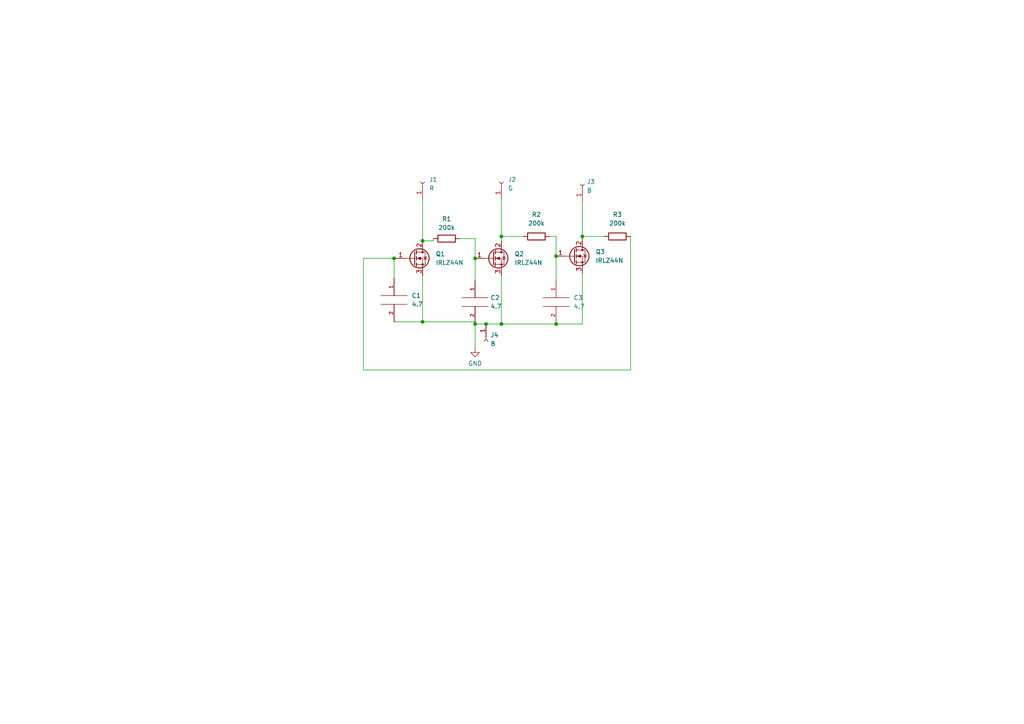
<source format=kicad_sch>
(kicad_sch (version 20211123) (generator eeschema)
  (paper "A4")
  (lib_symbols
    (symbol "Connector:Conn_01x01_Female" (pin_names (offset 1.016) hide)
      (property "Reference" "J" (at 0 2.54 0))
      (property "Value" "Conn_01x01_Female" (at 0 -2.54 0))
      (symbol "Conn_01x01_Female_1_1"
        (polyline (pts (xy -1.27 0) (xy -0.508 0)) (stroke (width 0.1524)))
        (arc (start 0 0.508) (mid -0.508 0) (end 0 -0.508) (stroke (width 0.1524)))
        (pin passive line (at -5.08 0 0) (length 3.81) (name "Pin_1") (number "1"))
      )
    )
    (symbol "Device:R" (pin_numbers hide) (pin_names (offset 0))
      (property "Reference" "R" (at 2.032 0 90))
      (property "Value" "R" (at 0 0 90))
      (symbol "R_0_1"
        (rectangle (start -1.016 -2.54) (end 1.016 2.54) (stroke (width 0.254)))
      )
      (symbol "R_1_1"
        (pin passive line (at 0 3.81 270) (length 1.27) (name "~") (number "1"))
        (pin passive line (at 0 -3.81 90) (length 1.27) (name "~") (number "2"))
      )
    )
    (symbol "Transistor_FET:IRLZ44N" (pin_names hide)
      (property "Reference" "Q" (at 6.35 1.905 0))
      (property "Value" "IRLZ44N" (at 6.35 0 0))
      (symbol "IRLZ44N_0_1"
        (polyline (pts (xy 0.254 0) (xy -2.54 0)))
        (polyline (pts (xy 0.254 1.905) (xy 0.254 -1.905)) (stroke (width 0.254)))
        (polyline (pts (xy 0.762 -1.27) (xy 0.762 -2.286)) (stroke (width 0.254)))
        (polyline (pts (xy 0.762 0.508) (xy 0.762 -0.508)) (stroke (width 0.254)))
        (polyline (pts (xy 0.762 2.286) (xy 0.762 1.27)) (stroke (width 0.254)))
        (polyline (pts (xy 2.54 2.54) (xy 2.54 1.778)))
        (polyline (pts (xy 2.54 -2.54) (xy 2.54 0) (xy 0.762 0)))
        (polyline (pts (xy 0.762 -1.778) (xy 3.302 -1.778) (xy 3.302 1.778) (xy 0.762 1.778)))
        (polyline (pts (xy 1.016 0) (xy 2.032 0.381) (xy 2.032 -0.381) (xy 1.016 0)) (fill (type outline)))
        (polyline (pts (xy 2.794 0.508) (xy 2.921 0.381) (xy 3.683 0.381) (xy 3.81 0.254)))
        (polyline (pts (xy 3.302 0.381) (xy 2.921 -0.254) (xy 3.683 -0.254) (xy 3.302 0.381)))
        (circle (center 1.651 0) (radius 2.794) (stroke (width 0.254)))
        (circle (center 2.54 -1.778) (radius 0.254) (fill (type outline)))
        (circle (center 2.54 1.778) (radius 0.254) (fill (type outline)))
      )
      (symbol "IRLZ44N_1_1"
        (pin input line (at -5.08 0 0) (length 2.54) (name "G") (number "1"))
        (pin passive line (at 2.54 5.08 270) (length 2.54) (name "D") (number "2"))
        (pin passive line (at 2.54 -5.08 90) (length 2.54) (name "S") (number "3"))
      )
    )
    (symbol "power:GND" (power) (pin_names (offset 0))
      (property "Value" "GND" (at 0 -3.81 0))
      (symbol "GND_0_1"
        (polyline (pts (xy 0 0) (xy 0 -1.27) (xy 1.27 -1.27) (xy 0 -2.54) (xy -1.27 -1.27) (xy 0 -1.27)))
      )
      (symbol "GND_1_1"
        (pin power_in line (at 0 0 270) (length 0) hide (name "GND") (number "1"))
      )
    )
    (symbol "pspice:CAP" (pin_names (offset 0.254))
      (property "Reference" "C" (at 2.54 3.81 90))
      (property "Value" "CAP" (at 2.54 -3.81 90))
      (symbol "CAP_0_1"
        (polyline (pts (xy -3.81 -1.27) (xy 3.81 -1.27)))
        (polyline (pts (xy -3.81 1.27) (xy 3.81 1.27)))
      )
      (symbol "CAP_1_1"
        (pin passive line (at 0 6.35 270) (length 5.08) (name "~") (number "1"))
        (pin passive line (at 0 -6.35 90) (length 5.08) (name "~") (number "2"))
      )
    )
  )
  (junction (at 137.795 74.93))
  (junction (at 145.415 93.98))
  (junction (at 114.3 74.93))
  (junction (at 122.555 93.345))
  (junction (at 140.97 93.98))
  (junction (at 161.29 74.295))
  (junction (at 145.415 68.58))
  (junction (at 122.555 69.85))
  (junction (at 168.91 68.58))
  (junction (at 137.795 93.98))
  (junction (at 161.29 93.98))
  (wire (pts (xy 133.35 69.215) (xy 137.795 69.215)))
  (wire (pts (xy 168.91 68.58) (xy 175.26 68.58)))
  (wire (pts (xy 159.385 68.58) (xy 161.29 68.58)))
  (wire (pts (xy 137.795 93.98) (xy 137.795 100.965)))
  (wire (pts (xy 182.88 107.315) (xy 105.41 107.315)))
  (wire (pts (xy 122.555 57.785) (xy 122.555 69.85)))
  (wire (pts (xy 114.3 74.93) (xy 114.935 74.93)))
  (wire (pts (xy 145.415 80.01) (xy 145.415 93.98)))
  (wire (pts (xy 168.91 79.375) (xy 168.91 93.98)))
  (wire (pts (xy 140.97 93.98) (xy 145.415 93.98)))
  (wire (pts (xy 114.3 93.345) (xy 122.555 93.345)))
  (wire (pts (xy 145.415 57.785) (xy 145.415 68.58)))
  (wire (pts (xy 182.88 68.58) (xy 182.88 107.315)))
  (wire (pts (xy 122.555 93.345) (xy 137.795 93.345)))
  (wire (pts (xy 145.415 69.85) (xy 145.415 68.58)))
  (wire (pts (xy 137.795 93.345) (xy 137.795 93.98)))
  (wire (pts (xy 168.91 58.42) (xy 168.91 68.58)))
  (wire (pts (xy 125.73 69.85) (xy 125.73 69.215)))
  (wire (pts (xy 161.29 68.58) (xy 161.29 74.295)))
  (wire (pts (xy 105.41 107.315) (xy 105.41 74.93)))
  (wire (pts (xy 137.795 69.215) (xy 137.795 74.93)))
  (wire (pts (xy 168.91 68.58) (xy 168.91 69.215)))
  (wire (pts (xy 145.415 93.98) (xy 161.29 93.98)))
  (wire (pts (xy 122.555 80.01) (xy 122.555 93.345)))
  (wire (pts (xy 161.29 93.98) (xy 168.91 93.98)))
  (wire (pts (xy 137.795 93.98) (xy 140.97 93.98)))
  (wire (pts (xy 145.415 68.58) (xy 151.765 68.58)))
  (wire (pts (xy 137.795 74.93) (xy 137.795 81.28)))
  (wire (pts (xy 105.41 74.93) (xy 114.3 74.93)))
  (wire (pts (xy 122.555 69.85) (xy 125.73 69.85)))
  (wire (pts (xy 114.3 80.645) (xy 114.3 74.93)))
  (wire (pts (xy 161.29 74.295) (xy 161.29 81.28)))
  (symbol (lib_id "Transistor_FET:IRLZ44N") (at 166.37 74.295 0) (unit 1)
    (property "Reference" "Q3" (at 172.72 73.0249 0) (effects (justify left)))
    (property "Value" "IRLZ44N" (at 172.72 75.5649 0) (effects (justify left)))
    (property "Footprint" "Package_TO_SOT_THT:TO-220-3_Vertical" (effects hide))
    (property "Datasheet" "http://www.irf.com/product-info/datasheets/data/irlz44n.pdf" (effects hide))
  )
  (symbol (lib_id "Connector:Conn_01x01_Female") (at 145.415 52.705 90) (unit 1)
    (property "Reference" "J2" (at 147.32 52.0699 90) (effects (justify right)))
    (property "Value" "G" (at 147.32 54.6099 90) (effects (justify right)))
    (property "Footprint" "Connector_Pin:Pin_D1.0mm_L10.0mm" (effects hide))
  )
  (symbol (lib_id "Connector:Conn_01x01_Female") (at 168.91 53.34 90) (unit 1)
    (property "Reference" "J3" (at 170.18 52.7049 90) (effects (justify right)))
    (property "Value" "B" (at 170.18 55.2449 90) (effects (justify right)))
    (property "Footprint" "Connector_Pin:Pin_D1.0mm_L10.0mm" (effects hide))
  )
  (symbol (lib_id "pspice:CAP") (at 137.795 87.63 0) (unit 1)
    (property "Reference" "C2" (at 142.24 86.3599 0) (effects (justify left)))
    (property "Value" "4.7" (at 142.24 88.8999 0) (effects (justify left)))
    (property "Footprint" "Capacitor_THT:CP_Radial_D5.0mm_P2.00mm" (effects hide))
  )
  (symbol (lib_id "Device:R") (at 179.07 68.58 90) (unit 1)
    (property "Reference" "R3" (at 179.07 62.23 90))
    (property "Value" "200k" (at 179.07 64.77 90))
    (property "Footprint" "Resistor_THT:R_Axial_DIN0207_L6.3mm_D2.5mm_P7.62mm_Horizontal" (effects hide))
  )
  (symbol (lib_id "Transistor_FET:IRLZ44N") (at 142.875 74.93 0) (unit 1)
    (property "Reference" "Q2" (at 149.225 73.6599 0) (effects (justify left)))
    (property "Value" "IRLZ44N" (at 149.225 76.1999 0) (effects (justify left)))
    (property "Footprint" "Package_TO_SOT_THT:TO-220-3_Vertical" (effects hide))
    (property "Datasheet" "http://www.irf.com/product-info/datasheets/data/irlz44n.pdf" (effects hide))
  )
  (symbol (lib_id "power:GND") (at 137.795 100.965 0) (unit 1)
    (property "Reference" "#PWR01" (effects hide))
    (property "Value" "GND" (at 137.795 105.41 0))
  )
  (symbol (lib_id "Device:R") (at 129.54 69.215 90) (unit 1)
    (property "Reference" "R1" (at 129.54 63.5 90))
    (property "Value" "200k" (at 129.54 66.04 90))
    (property "Footprint" "Resistor_THT:R_Axial_DIN0207_L6.3mm_D2.5mm_P7.62mm_Horizontal" (effects hide))
  )
  (symbol (lib_id "pspice:CAP") (at 114.3 86.995 0) (unit 1)
    (property "Reference" "C1" (at 119.38 85.7249 0) (effects (justify left)))
    (property "Value" "4.7" (at 119.38 88.2649 0) (effects (justify left)))
    (property "Footprint" "Capacitor_THT:CP_Radial_D5.0mm_P2.00mm" (effects hide))
  )
  (symbol (lib_id "Connector:Conn_01x01_Female") (at 140.97 99.06 270) (unit 1)
    (property "Reference" "J4" (at 142.24 97.1549 90) (effects (justify left)))
    (property "Value" "B" (at 142.24 99.6949 90) (effects (justify left)))
    (property "Footprint" "Connector_Pin:Pin_D1.0mm_L10.0mm" (effects hide))
  )
  (symbol (lib_id "pspice:CAP") (at 161.29 87.63 0) (unit 1)
    (property "Reference" "C3" (at 166.37 86.3599 0) (effects (justify left)))
    (property "Value" "4.7" (at 166.37 88.8999 0) (effects (justify left)))
    (property "Footprint" "Capacitor_THT:CP_Radial_D5.0mm_P2.00mm" (effects hide))
  )
  (symbol (lib_id "Connector:Conn_01x01_Female") (at 122.555 52.705 90) (unit 1)
    (property "Reference" "J1" (at 124.46 52.0699 90) (effects (justify right)))
    (property "Value" "R" (at 124.46 54.6099 90) (effects (justify right)))
    (property "Footprint" "Connector_Pin:Pin_D1.0mm_L10.0mm" (effects hide))
  )
  (symbol (lib_id "Device:R") (at 155.575 68.58 90) (unit 1)
    (property "Reference" "R2" (at 155.575 62.23 90))
    (property "Value" "200k" (at 155.575 64.77 90))
    (property "Footprint" "Resistor_THT:R_Axial_DIN0207_L6.3mm_D2.5mm_P7.62mm_Horizontal" (effects hide))
  )
  (symbol (lib_id "Transistor_FET:IRLZ44N") (at 120.015 74.93 0) (unit 1)
    (property "Reference" "Q1" (at 126.365 73.6599 0) (effects (justify left)))
    (property "Value" "IRLZ44N" (at 126.365 76.1999 0) (effects (justify left)))
    (property "Footprint" "Package_TO_SOT_THT:TO-220-3_Vertical" (effects hide))
    (property "Datasheet" "http://www.irf.com/product-info/datasheets/data/irlz44n.pdf" (effects hide))
  )
)
</source>
